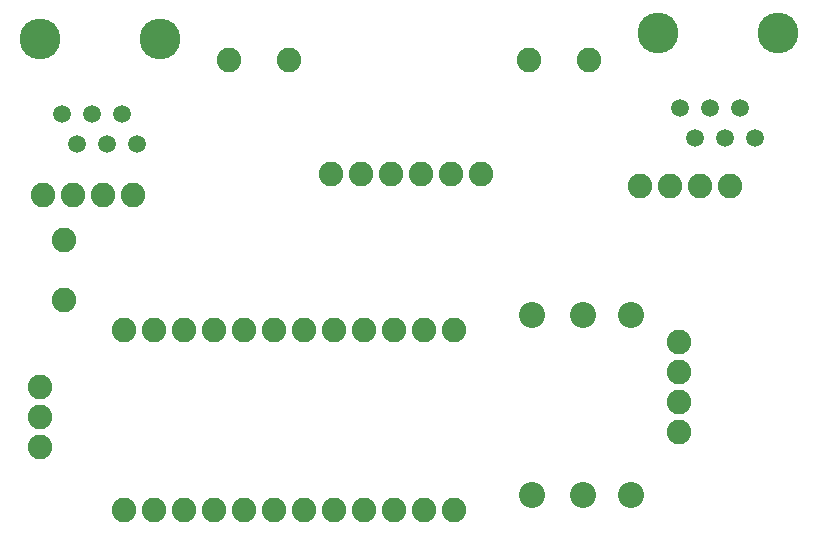
<source format=gbr>
G04 EAGLE Gerber RS-274X export*
G75*
%MOMM*%
%FSLAX34Y34*%
%LPD*%
%INSoldermask Top*%
%IPPOS*%
%AMOC8*
5,1,8,0,0,1.08239X$1,22.5*%
G01*
%ADD10C,2.082800*%
%ADD11C,2.203200*%
%ADD12C,1.511200*%
%ADD13C,3.453200*%


D10*
X101600Y177800D03*
X127000Y177800D03*
X152400Y177800D03*
X177800Y177800D03*
X203200Y177800D03*
X228600Y177800D03*
X254000Y177800D03*
X279400Y177800D03*
X304800Y177800D03*
X330200Y177800D03*
X355600Y177800D03*
X381000Y177800D03*
X381000Y25400D03*
X355600Y25400D03*
X330200Y25400D03*
X304800Y25400D03*
X279400Y25400D03*
X254000Y25400D03*
X228600Y25400D03*
X203200Y25400D03*
X177800Y25400D03*
X152400Y25400D03*
X127000Y25400D03*
X101600Y25400D03*
X30480Y129540D03*
X30480Y104140D03*
X30480Y78740D03*
X571500Y167640D03*
X571500Y142240D03*
X571500Y116840D03*
X571500Y91440D03*
D11*
X447040Y38100D03*
X447040Y190500D03*
X490220Y190500D03*
X490220Y38100D03*
X530860Y190500D03*
X530860Y38100D03*
D12*
X100330Y360680D03*
X74930Y360680D03*
X62230Y335280D03*
X87630Y335280D03*
X113030Y335280D03*
X49530Y360680D03*
D13*
X132080Y424180D03*
X30480Y424180D03*
D10*
X190500Y406400D03*
X403860Y309880D03*
X378460Y309880D03*
X353060Y309880D03*
X327660Y309880D03*
X302260Y309880D03*
X276860Y309880D03*
X50800Y254000D03*
X50800Y203200D03*
X241300Y406400D03*
D12*
X623570Y365760D03*
X598170Y365760D03*
X585470Y340360D03*
X610870Y340360D03*
X636270Y340360D03*
X572770Y365760D03*
D13*
X655320Y429260D03*
X553720Y429260D03*
D10*
X495300Y406400D03*
X444500Y406400D03*
X109220Y292100D03*
X83820Y292100D03*
X58420Y292100D03*
X33020Y292100D03*
X614680Y299720D03*
X589280Y299720D03*
X563880Y299720D03*
X538480Y299720D03*
M02*

</source>
